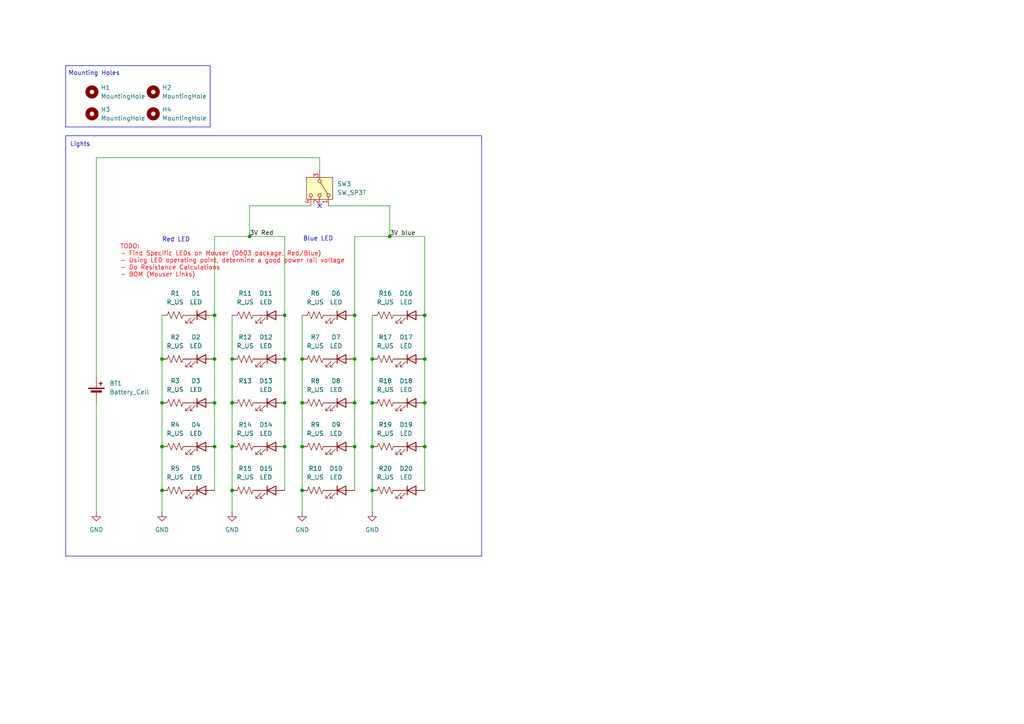
<source format=kicad_sch>
(kicad_sch (version 20250114) (generator "eeschema") (generator_version "9.0")
  (paper "A4")
  (title_block (title "Armor Plate Mockup") (company "UT IEEE RAS - Stampede"))
  (lib_symbols
    (symbol "Device:Battery_Cell" (pin_numbers (hide yes)) (pin_names (offset 0) (hide yes))
      (property "Reference" "BT" (at 2.54 2.54 0))
      (property "Value" "Battery_Cell" (at 2.54 0 0))
      (symbol "Battery_Cell_0_1"
        (rectangle (start -2.286 1.778) (end 2.286 1.524) (fill (type outline)))
        (rectangle (start -1.524 1.016) (end 1.524 0.508) (fill (type outline)))
        (polyline (pts (xy 0 1.778) (xy 0 2.54)))
        (polyline (pts (xy 0 0.762) (xy 0 0)))
        (polyline (pts (xy 0.762 3.048) (xy 1.778 3.048)) (stroke (width 0.254)))
        (polyline (pts (xy 1.27 3.556) (xy 1.27 2.54)) (stroke (width 0.254)))
      )
      (symbol "Battery_Cell_1_1"
        (pin passive line (at 0 5.08 270) (length 2.54) (name "+") (number "1"))
        (pin passive line (at 0 -2.54 90) (length 2.54) (name "-") (number "2"))
      )
    )
    (symbol "Device:LED" (pin_numbers (hide yes)) (pin_names (offset 1.016) (hide yes))
      (property "Reference" "D" (at 0 2.54 0))
      (property "Value" "LED" (at 0 -2.54 0))
      (symbol "LED_0_1"
        (polyline (pts (xy -3.048 -0.762) (xy -4.572 -2.286) (xy -3.81 -2.286) (xy -4.572 -2.286) (xy -4.572 -1.524)))
        (polyline (pts (xy -1.778 -0.762) (xy -3.302 -2.286) (xy -2.54 -2.286) (xy -3.302 -2.286) (xy -3.302 -1.524)))
        (polyline (pts (xy -1.27 0) (xy 1.27 0)))
        (polyline (pts (xy -1.27 -1.27) (xy -1.27 1.27)) (stroke (width 0.254)))
        (polyline (pts (xy 1.27 -1.27) (xy 1.27 1.27) (xy -1.27 0) (xy 1.27 -1.27)) (stroke (width 0.254)))
      )
      (symbol "LED_1_1"
        (pin passive line (at -3.81 0 0) (length 2.54) (name "K") (number "1"))
        (pin passive line (at 3.81 0 180) (length 2.54) (name "A") (number "2"))
      )
    )
    (symbol "Device:R_US" (pin_numbers (hide yes)) (pin_names (offset 0))
      (property "Reference" "R" (at 2.54 0 90))
      (property "Value" "R_US" (at -2.54 0 90))
      (symbol "R_US_0_1"
        (polyline (pts (xy 0 2.286) (xy 0 2.54)))
        (polyline (pts (xy 0 2.286) (xy 1.016 1.905) (xy 0 1.524) (xy -1.016 1.143) (xy 0 0.762)))
        (polyline (pts (xy 0 0.762) (xy 1.016 0.381) (xy 0 0) (xy -1.016 -0.381) (xy 0 -0.762)))
        (polyline (pts (xy 0 -0.762) (xy 1.016 -1.143) (xy 0 -1.524) (xy -1.016 -1.905) (xy 0 -2.286)))
        (polyline (pts (xy 0 -2.286) (xy 0 -2.54)))
      )
      (symbol "R_US_1_1"
        (pin passive line (at 0 3.81 270) (length 1.27) (name "~") (number "1"))
        (pin passive line (at 0 -3.81 90) (length 1.27) (name "~") (number "2"))
      )
    )
    (symbol "Mechanical:MountingHole" (pin_names (offset 1.016)) (exclude_from_sim yes) (in_bom no)
      (property "Reference" "H" (at 0 5.08 0))
      (property "Value" "MountingHole" (at 0 3.175 0))
      (symbol "MountingHole_0_1"
        (circle (center 0 0) (radius 1.27) (stroke (width 1.27)))
      )
    )
    (symbol "Switch:SW_SP3T" (pin_names (offset 0) (hide yes))
      (property "Reference" "SW" (at 0 5.08 0))
      (property "Value" "SW_SP3T" (at 0 -5.08 0))
      (symbol "SW_SP3T_0_1"
        (circle (center -2.032 0) (radius 0.4572))
        (polyline (pts (xy -1.651 0.254) (xy 1.651 2.286)))
        (circle (center 2.032 2.54) (radius 0.4572))
        (circle (center 2.032 0) (radius 0.4572))
        (circle (center 2.032 -2.54) (radius 0.4572))
      )
      (symbol "SW_SP3T_1_1"
        (rectangle (start -3.175 3.81) (end 3.175 -3.81) (fill (type background)))
        (pin passive line (at -5.08 0 0) (length 2.54) (name "3") (number "3"))
        (pin passive line (at 5.08 2.54 180) (length 2.54) (name "1") (number "1"))
        (pin passive line (at 5.08 0 180) (length 2.54) (name "2") (number "2"))
        (pin passive line (at 5.08 -2.54 180) (length 2.54) (name "4") (number "4"))
      )
    )
    (symbol "power:GND" (power) (pin_numbers (hide yes)) (pin_names (offset 0) (hide yes))
      (property "Value" "GND" (at 0 -3.81 0))
      (symbol "GND_0_1"
        (polyline (pts (xy 0 0) (xy 0 -1.27) (xy 1.27 -1.27) (xy 0 -2.54) (xy -1.27 -1.27) (xy 0 -1.27)))
      )
      (symbol "GND_1_1"
        (pin power_in line (at 0 0 270) (length 0) (name "~") (number "1"))
      )
    )
  )
  (rectangle (start 19.05 19.05) (end 60.96 36.83))
  (rectangle (start 19.05 39.37) (end 139.7 161.29))
  (text "Lights" (at 20.32 41.91 0) (effects (font (size 1.27 1.27)) (justify left)))
  (text "Blue LED" (at 87.884 69.342 0) (effects (font (size 1.27 1.27)) (justify left)))
  (text "Red LED" (at 46.99 69.596 0) (effects (font (size 1.27 1.27)) (justify left)))
  (text "TODO:\n- Find Specific LEDs on Mouser (0603 package, Red/Blue)\n- Using LED operating point, determine a good power rail voltage\n- Do Resistance Calculations\n- BOM (Mouser Links)" (at 34.798 75.692 0) (effects (font (size 1.27 1.27)) (justify left)))
  (text "Mounting Holes" (at 19.812 21.336 0) (effects (font (size 1.27 1.27)) (justify left)))
  (junction (at 46.99 129.54))
  (junction (at 107.95 116.84))
  (junction (at 82.55 129.54))
  (junction (at 72.39 68.58))
  (junction (at 67.31 104.14))
  (junction (at 87.63 116.84))
  (junction (at 62.23 104.14))
  (junction (at 67.31 116.84))
  (junction (at 102.87 116.84))
  (junction (at 87.63 129.54))
  (junction (at 107.95 104.14))
  (junction (at 46.99 116.84))
  (junction (at 102.87 104.14))
  (junction (at 82.55 91.44))
  (junction (at 123.19 129.54))
  (junction (at 107.95 129.54))
  (junction (at 46.99 104.14))
  (junction (at 46.99 142.24))
  (junction (at 87.63 142.24))
  (junction (at 67.31 129.54))
  (junction (at 113.03 68.58))
  (junction (at 62.23 129.54))
  (junction (at 62.23 91.44))
  (junction (at 82.55 104.14))
  (junction (at 62.23 116.84))
  (junction (at 87.63 104.14))
  (junction (at 67.31 142.24))
  (junction (at 123.19 104.14))
  (junction (at 82.55 116.84))
  (junction (at 123.19 116.84))
  (junction (at 107.95 142.24))
  (junction (at 102.87 91.44))
  (junction (at 123.19 91.44))
  (junction (at 102.87 129.54))
  (no_connect (at 92.71 59.69))
  (wire (pts (xy 87.63 91.44) (xy 87.63 104.14)))
  (wire (pts (xy 67.31 91.44) (xy 67.31 104.14)))
  (wire (pts (xy 72.39 59.69) (xy 90.17 59.69)))
  (wire (pts (xy 107.95 104.14) (xy 107.95 116.84)))
  (wire (pts (xy 107.95 129.54) (xy 107.95 142.24)))
  (wire (pts (xy 102.87 91.44) (xy 102.87 104.14)))
  (wire (pts (xy 92.71 45.72) (xy 92.71 49.53)))
  (wire (pts (xy 82.55 129.54) (xy 82.55 142.24)))
  (wire (pts (xy 113.03 68.58) (xy 123.19 68.58)))
  (wire (pts (xy 46.99 129.54) (xy 46.99 142.24)))
  (wire (pts (xy 123.19 116.84) (xy 123.19 129.54)))
  (wire (pts (xy 27.94 116.84) (xy 27.94 148.59)))
  (wire (pts (xy 87.63 116.84) (xy 87.63 129.54)))
  (wire (pts (xy 27.94 45.72) (xy 92.71 45.72)))
  (wire (pts (xy 62.23 104.14) (xy 62.23 116.84)))
  (wire (pts (xy 87.63 129.54) (xy 87.63 142.24)))
  (wire (pts (xy 95.25 59.69) (xy 113.03 59.69)))
  (wire (pts (xy 107.95 91.44) (xy 107.95 104.14)))
  (wire (pts (xy 102.87 116.84) (xy 102.87 129.54)))
  (wire (pts (xy 82.55 91.44) (xy 82.55 104.14)))
  (wire (pts (xy 67.31 129.54) (xy 67.31 142.24)))
  (wire (pts (xy 82.55 116.84) (xy 82.55 129.54)))
  (wire (pts (xy 62.23 116.84) (xy 62.23 129.54)))
  (wire (pts (xy 67.31 116.84) (xy 67.31 129.54)))
  (wire (pts (xy 113.03 59.69) (xy 113.03 68.58)))
  (wire (pts (xy 72.39 68.58) (xy 82.55 68.58)))
  (wire (pts (xy 46.99 91.44) (xy 46.99 104.14)))
  (wire (pts (xy 46.99 142.24) (xy 46.99 148.59)))
  (wire (pts (xy 62.23 68.58) (xy 62.23 91.44)))
  (wire (pts (xy 107.95 116.84) (xy 107.95 129.54)))
  (wire (pts (xy 87.63 142.24) (xy 87.63 148.59)))
  (wire (pts (xy 87.63 104.14) (xy 87.63 116.84)))
  (wire (pts (xy 67.31 142.24) (xy 67.31 148.59)))
  (wire (pts (xy 123.19 68.58) (xy 123.19 91.44)))
  (wire (pts (xy 102.87 68.58) (xy 113.03 68.58)))
  (wire (pts (xy 123.19 91.44) (xy 123.19 104.14)))
  (wire (pts (xy 102.87 104.14) (xy 102.87 116.84)))
  (wire (pts (xy 62.23 68.58) (xy 72.39 68.58)))
  (wire (pts (xy 102.87 129.54) (xy 102.87 142.24)))
  (wire (pts (xy 72.39 68.58) (xy 72.39 59.69)))
  (wire (pts (xy 62.23 129.54) (xy 62.23 142.24)))
  (wire (pts (xy 123.19 104.14) (xy 123.19 116.84)))
  (wire (pts (xy 123.19 129.54) (xy 123.19 142.24)))
  (wire (pts (xy 27.94 45.72) (xy 27.94 109.22)))
  (wire (pts (xy 107.95 142.24) (xy 107.95 148.59)))
  (wire (pts (xy 67.31 104.14) (xy 67.31 116.84)))
  (wire (pts (xy 82.55 68.58) (xy 82.55 91.44)))
  (wire (pts (xy 102.87 68.58) (xy 102.87 91.44)))
  (wire (pts (xy 46.99 116.84) (xy 46.99 129.54)))
  (wire (pts (xy 62.23 91.44) (xy 62.23 104.14)))
  (wire (pts (xy 82.55 104.14) (xy 82.55 116.84)))
  (wire (pts (xy 46.99 104.14) (xy 46.99 116.84)))
  (label "3V Red" (at 72.39 68.58 0))
  (label "3V blue" (at 113.03 68.58 0))
  (symbol (lib_id "power:GND") (at 87.63 148.59 0) (unit 1)
    (property "Reference" "#PWR02" (effects (hide yes)))
    (property "Value" "GND" (at 87.63 153.67 0))
    (property "Description" "Power symbol creates a global label with name \"GND\" , ground" (effects (hide yes)))
  )
  (symbol (lib_id "Device:R_US") (at 91.44 142.24 90) (unit 1)
    (property "Reference" "R10" (at 91.44 135.89 90))
    (property "Value" "R_US" (at 91.44 138.43 90))
    (property "Footprint" "Resistor_SMD:R_0603_1608Metric_Pad0.98x0.95mm_HandSolder" (effects (hide yes)))
    (property "Description" "Resistor, US symbol" (effects (hide yes)))
    (property "Mouser Part Number" "71-WSLP25125L000FEA" (effects (hide yes)))
  )
  (symbol (lib_id "Device:LED") (at 58.42 91.44 0) (unit 1)
    (property "Reference" "D1" (at 56.8325 85.09 0))
    (property "Value" "LED" (at 56.8325 87.63 0))
    (property "Footprint" "LED_SMD:LED_0603_1608Metric_Pad1.05x0.95mm_HandSolder" (effects (hide yes)))
    (property "Description" "Light emitting diode" (effects (hide yes)))
    (property "Mouser Part Number" "710-150060SS75000" (effects (hide yes)))
  )
  (symbol (lib_id "Device:R_US") (at 111.76 116.84 90) (unit 1)
    (property "Reference" "R18" (at 111.76 110.49 90))
    (property "Value" "R_US" (at 111.76 113.03 90))
    (property "Footprint" "Resistor_SMD:R_0603_1608Metric_Pad0.98x0.95mm_HandSolder" (effects (hide yes)))
    (property "Description" "Resistor, US symbol" (effects (hide yes)))
    (property "Mouser Part Number" "71-WSLP25125L000FEA" (effects (hide yes)))
  )
  (symbol (lib_id "Device:LED") (at 119.38 142.24 0) (unit 1)
    (property "Reference" "D20" (at 117.7925 135.89 0))
    (property "Value" "LED" (at 117.7925 138.43 0))
    (property "Footprint" "LED_SMD:LED_0603_1608Metric_Pad1.05x0.95mm_HandSolder" (effects (hide yes)))
    (property "Description" "Light emitting diode" (effects (hide yes)))
    (property "Mouser Part Number" "710-150060SS75000" (effects (hide yes)))
  )
  (symbol (lib_id "Device:LED") (at 78.74 116.84 0) (unit 1)
    (property "Reference" "D13" (at 77.1525 110.49 0))
    (property "Value" "LED" (at 77.1525 113.03 0))
    (property "Footprint" "LED_SMD:LED_0603_1608Metric_Pad1.05x0.95mm_HandSolder" (effects (hide yes)))
    (property "Description" "Light emitting diode" (effects (hide yes)))
    (property "Mouser Part Number" "710-150060SS75000" (effects (hide yes)))
  )
  (symbol (lib_id "Device:R_US") (at 71.12 142.24 90) (unit 1)
    (property "Reference" "R15" (at 71.12 135.89 90))
    (property "Value" "R_US" (at 71.12 138.43 90))
    (property "Footprint" "Resistor_SMD:R_0603_1608Metric_Pad0.98x0.95mm_HandSolder" (effects (hide yes)))
    (property "Description" "Resistor, US symbol" (effects (hide yes)))
    (property "Mouser Part Number" "71-WSLP25125L000FEA" (effects (hide yes)))
  )
  (symbol (lib_id "Device:R_US") (at 91.44 91.44 90) (unit 1)
    (property "Reference" "R6" (at 91.44 85.09 90))
    (property "Value" "R_US" (at 91.44 87.63 90))
    (property "Footprint" "Resistor_SMD:R_0603_1608Metric_Pad0.98x0.95mm_HandSolder" (effects (hide yes)))
    (property "Description" "Resistor, US symbol" (effects (hide yes)))
    (property "Mouser Part Number" "71-WSLP25125L000FEA" (effects (hide yes)))
  )
  (symbol (lib_id "Device:R_US") (at 111.76 91.44 90) (unit 1)
    (property "Reference" "R16" (at 111.76 85.09 90))
    (property "Value" "R_US" (at 111.76 87.63 90))
    (property "Footprint" "Resistor_SMD:R_0603_1608Metric_Pad0.98x0.95mm_HandSolder" (effects (hide yes)))
    (property "Description" "Resistor, US symbol" (effects (hide yes)))
    (property "Mouser Part Number" "71-WSLP25125L000FEA" (effects (hide yes)))
  )
  (symbol (lib_id "Device:LED") (at 99.06 129.54 0) (unit 1)
    (property "Reference" "D9" (at 97.4725 123.19 0))
    (property "Value" "LED" (at 97.4725 125.73 0))
    (property "Footprint" "LED_SMD:LED_0603_1608Metric_Pad1.05x0.95mm_HandSolder" (effects (hide yes)))
    (property "Description" "Light emitting diode" (effects (hide yes)))
    (property "Mouser Part Number" "710-150060SS75000" (effects (hide yes)))
  )
  (symbol (lib_id "Device:LED") (at 58.42 116.84 0) (unit 1)
    (property "Reference" "D3" (at 56.8325 110.49 0))
    (property "Value" "LED" (at 56.8325 113.03 0))
    (property "Footprint" "LED_SMD:LED_0603_1608Metric_Pad1.05x0.95mm_HandSolder" (effects (hide yes)))
    (property "Description" "Light emitting diode" (effects (hide yes)))
    (property "Mouser Part Number" "710-150060SS75000" (effects (hide yes)))
  )
  (symbol (lib_id "Device:LED") (at 78.74 142.24 0) (unit 1)
    (property "Reference" "D15" (at 77.1525 135.89 0))
    (property "Value" "LED" (at 77.1525 138.43 0))
    (property "Footprint" "LED_SMD:LED_0603_1608Metric_Pad1.05x0.95mm_HandSolder" (effects (hide yes)))
    (property "Description" "Light emitting diode" (effects (hide yes)))
    (property "Mouser Part Number" "710-150060SS75000" (effects (hide yes)))
  )
  (symbol (lib_id "Mechanical:MountingHole") (at 26.67 26.67 0) (unit 1) (exclude_from_sim yes) (in_bom no)
    (property "Reference" "H1" (at 29.21 25.3999 0) (effects (justify left)))
    (property "Value" "MountingHole" (at 29.21 27.9399 0) (effects (justify left)))
    (property "Footprint" "MountingHole:MountingHole_4.5mm" (effects (hide yes)))
    (property "Description" "Mounting Hole without connection" (effects (hide yes)))
  )
  (symbol (lib_id "Device:R_US") (at 71.12 116.84 90) (unit 1)
    (property "Reference" "R13" (at 71.12 110.49 90))
    (property "Value" "R_US" (effects (hide yes)))
    (property "Footprint" "Resistor_SMD:R_0603_1608Metric_Pad0.98x0.95mm_HandSolder" (effects (hide yes)))
    (property "Description" "Resistor, US symbol" (effects (hide yes)))
    (property "Mouser Part Number" "71-WSLP25125L000FEA" (effects (hide yes)))
  )
  (symbol (lib_id "Device:R_US") (at 71.12 104.14 90) (unit 1)
    (property "Reference" "R12" (at 71.12 97.79 90))
    (property "Value" "R_US" (at 71.12 100.33 90))
    (property "Footprint" "Resistor_SMD:R_0603_1608Metric_Pad0.98x0.95mm_HandSolder" (effects (hide yes)))
    (property "Description" "Resistor, US symbol" (effects (hide yes)))
    (property "Mouser Part Number" "71-WSLP25125L000FEA" (effects (hide yes)))
  )
  (symbol (lib_id "power:GND") (at 107.95 148.59 0) (unit 1)
    (property "Reference" "#PWR05" (effects (hide yes)))
    (property "Value" "GND" (at 107.95 153.67 0))
    (property "Description" "Power symbol creates a global label with name \"GND\" , ground" (effects (hide yes)))
  )
  (symbol (lib_id "Device:R_US") (at 111.76 104.14 90) (unit 1)
    (property "Reference" "R17" (at 111.76 97.79 90))
    (property "Value" "R_US" (at 111.76 100.33 90))
    (property "Footprint" "Resistor_SMD:R_0603_1608Metric_Pad0.98x0.95mm_HandSolder" (effects (hide yes)))
    (property "Description" "Resistor, US symbol" (effects (hide yes)))
    (property "Mouser Part Number" "71-WSLP25125L000FEA" (effects (hide yes)))
  )
  (symbol (lib_id "Device:R_US") (at 50.8 129.54 90) (unit 1)
    (property "Reference" "R4" (at 50.8 123.19 90))
    (property "Value" "R_US" (at 50.8 125.73 90))
    (property "Footprint" "Resistor_SMD:R_0603_1608Metric_Pad0.98x0.95mm_HandSolder" (effects (hide yes)))
    (property "Description" "Resistor, US symbol" (effects (hide yes)))
    (property "Mouser Part Number" "71-WSLP25125L000FEA" (effects (hide yes)))
  )
  (symbol (lib_id "Device:LED") (at 58.42 104.14 0) (unit 1)
    (property "Reference" "D2" (at 56.8325 97.79 0))
    (property "Value" "LED" (at 56.8325 100.33 0))
    (property "Footprint" "LED_SMD:LED_0603_1608Metric_Pad1.05x0.95mm_HandSolder" (effects (hide yes)))
    (property "Description" "Light emitting diode" (effects (hide yes)))
    (property "Mouser Part Number" "710-150060SS75000" (effects (hide yes)))
  )
  (symbol (lib_id "Device:LED") (at 99.06 116.84 0) (unit 1)
    (property "Reference" "D8" (at 97.4725 110.49 0))
    (property "Value" "LED" (at 97.4725 113.03 0))
    (property "Footprint" "LED_SMD:LED_0603_1608Metric_Pad1.05x0.95mm_HandSolder" (effects (hide yes)))
    (property "Description" "Light emitting diode" (effects (hide yes)))
    (property "Mouser Part Number" "710-150060SS75000" (effects (hide yes)))
  )
  (symbol (lib_id "Device:LED") (at 99.06 142.24 0) (unit 1)
    (property "Reference" "D10" (at 97.4725 135.89 0))
    (property "Value" "LED" (at 97.4725 138.43 0))
    (property "Footprint" "LED_SMD:LED_0603_1608Metric_Pad1.05x0.95mm_HandSolder" (effects (hide yes)))
    (property "Description" "Light emitting diode" (effects (hide yes)))
    (property "Mouser Part Number" "710-150060SS75000" (effects (hide yes)))
  )
  (symbol (lib_id "Device:R_US") (at 50.8 91.44 90) (unit 1)
    (property "Reference" "R1" (at 50.8 85.09 90))
    (property "Value" "R_US" (at 50.8 87.63 90))
    (property "Footprint" "Resistor_SMD:R_0603_1608Metric_Pad0.98x0.95mm_HandSolder" (effects (hide yes)))
    (property "Description" "Resistor, US symbol" (effects (hide yes)))
    (property "Mouser Part Number" "71-WSLP25125L000FEA" (effects (hide yes)))
  )
  (symbol (lib_id "Device:LED") (at 58.42 129.54 0) (unit 1)
    (property "Reference" "D4" (at 56.8325 123.19 0))
    (property "Value" "LED" (at 56.8325 125.73 0))
    (property "Footprint" "LED_SMD:LED_0603_1608Metric_Pad1.05x0.95mm_HandSolder" (effects (hide yes)))
    (property "Description" "Light emitting diode" (effects (hide yes)))
    (property "Mouser Part Number" "710-150060SS75000" (effects (hide yes)))
  )
  (symbol (lib_id "Device:LED") (at 58.42 142.24 0) (unit 1)
    (property "Reference" "D5" (at 56.8325 135.89 0))
    (property "Value" "LED" (at 56.8325 138.43 0))
    (property "Footprint" "LED_SMD:LED_0603_1608Metric_Pad1.05x0.95mm_HandSolder" (effects (hide yes)))
    (property "Description" "Light emitting diode" (effects (hide yes)))
    (property "Mouser Part Number" "710-150060SS75000" (effects (hide yes)))
  )
  (symbol (lib_id "Device:LED") (at 119.38 104.14 0) (unit 1)
    (property "Reference" "D17" (at 117.7925 97.79 0))
    (property "Value" "LED" (at 117.7925 100.33 0))
    (property "Footprint" "LED_SMD:LED_0603_1608Metric_Pad1.05x0.95mm_HandSolder" (effects (hide yes)))
    (property "Description" "Light emitting diode" (effects (hide yes)))
    (property "Mouser Part Number" "710-150060SS75000" (effects (hide yes)))
  )
  (symbol (lib_id "Device:R_US") (at 50.8 116.84 90) (unit 1)
    (property "Reference" "R3" (at 50.8 110.49 90))
    (property "Value" "R_US" (at 50.8 113.03 90))
    (property "Footprint" "Resistor_SMD:R_0603_1608Metric_Pad0.98x0.95mm_HandSolder" (effects (hide yes)))
    (property "Description" "Resistor, US symbol" (effects (hide yes)))
    (property "Mouser Part Number" "71-WSLP25125L000FEA" (effects (hide yes)))
  )
  (symbol (lib_id "Mechanical:MountingHole") (at 44.45 33.02 0) (unit 1) (exclude_from_sim yes) (in_bom no)
    (property "Reference" "H4" (at 46.99 31.7499 0) (effects (justify left)))
    (property "Value" "MountingHole" (at 46.99 34.2899 0) (effects (justify left)))
    (property "Footprint" "MountingHole:MountingHole_4.5mm" (effects (hide yes)))
    (property "Description" "Mounting Hole without connection" (effects (hide yes)))
  )
  (symbol (lib_id "Device:LED") (at 119.38 91.44 0) (unit 1)
    (property "Reference" "D16" (at 117.7925 85.09 0))
    (property "Value" "LED" (at 117.7925 87.63 0))
    (property "Footprint" "LED_SMD:LED_0603_1608Metric_Pad1.05x0.95mm_HandSolder" (effects (hide yes)))
    (property "Description" "Light emitting diode" (effects (hide yes)))
    (property "Mouser Part Number" "710-150060SS75000" (effects (hide yes)))
  )
  (symbol (lib_id "Device:LED") (at 78.74 91.44 0) (unit 1)
    (property "Reference" "D11" (at 77.1525 85.09 0))
    (property "Value" "LED" (at 77.1525 87.63 0))
    (property "Footprint" "LED_SMD:LED_0603_1608Metric_Pad1.05x0.95mm_HandSolder" (effects (hide yes)))
    (property "Description" "Light emitting diode" (effects (hide yes)))
    (property "Mouser Part Number" "710-150060SS75000" (effects (hide yes)))
  )
  (symbol (lib_id "Device:R_US") (at 71.12 91.44 90) (unit 1)
    (property "Reference" "R11" (at 71.12 85.09 90))
    (property "Value" "R_US" (at 71.12 87.63 90))
    (property "Footprint" "Resistor_SMD:R_0603_1608Metric_Pad0.98x0.95mm_HandSolder" (effects (hide yes)))
    (property "Description" "Resistor, US symbol" (effects (hide yes)))
    (property "Mouser Part Number" "71-WSLP25125L000FEA" (effects (hide yes)))
  )
  (symbol (lib_id "Device:R_US") (at 50.8 104.14 90) (unit 1)
    (property "Reference" "R2" (at 50.8 97.79 90))
    (property "Value" "R_US" (at 50.8 100.33 90))
    (property "Footprint" "Resistor_SMD:R_0603_1608Metric_Pad0.98x0.95mm_HandSolder" (effects (hide yes)))
    (property "Description" "Resistor, US symbol" (effects (hide yes)))
    (property "Mouser Part Number" "71-WSLP25125L000FEA" (effects (hide yes)))
  )
  (symbol (lib_id "Device:LED") (at 78.74 104.14 0) (unit 1)
    (property "Reference" "D12" (at 77.1525 97.79 0))
    (property "Value" "LED" (at 77.1525 100.33 0))
    (property "Footprint" "LED_SMD:LED_0603_1608Metric_Pad1.05x0.95mm_HandSolder" (effects (hide yes)))
    (property "Description" "Light emitting diode" (effects (hide yes)))
    (property "Mouser Part Number" "710-150060SS75000" (effects (hide yes)))
  )
  (symbol (lib_id "Device:LED") (at 119.38 129.54 0) (unit 1)
    (property "Reference" "D19" (at 117.7925 123.19 0))
    (property "Value" "LED" (at 117.7925 125.73 0))
    (property "Footprint" "LED_SMD:LED_0603_1608Metric_Pad1.05x0.95mm_HandSolder" (effects (hide yes)))
    (property "Description" "Light emitting diode" (effects (hide yes)))
    (property "Mouser Part Number" "710-150060SS75000" (effects (hide yes)))
  )
  (symbol (lib_id "Device:R_US") (at 111.76 129.54 90) (unit 1)
    (property "Reference" "R19" (at 111.76 123.19 90))
    (property "Value" "R_US" (at 111.76 125.73 90))
    (property "Footprint" "Resistor_SMD:R_0603_1608Metric_Pad0.98x0.95mm_HandSolder" (effects (hide yes)))
    (property "Description" "Resistor, US symbol" (effects (hide yes)))
    (property "Mouser Part Number" "71-WSLP25125L000FEA" (effects (hide yes)))
  )
  (symbol (lib_id "Mechanical:MountingHole") (at 44.45 26.67 0) (unit 1) (exclude_from_sim yes) (in_bom no)
    (property "Reference" "H2" (at 46.99 25.3999 0) (effects (justify left)))
    (property "Value" "MountingHole" (at 46.99 27.9399 0) (effects (justify left)))
    (property "Footprint" "MountingHole:MountingHole_4.5mm" (effects (hide yes)))
    (property "Description" "Mounting Hole without connection" (effects (hide yes)))
  )
  (symbol (lib_id "Device:LED") (at 99.06 104.14 0) (unit 1)
    (property "Reference" "D7" (at 97.4725 97.79 0))
    (property "Value" "LED" (at 97.4725 100.33 0))
    (property "Footprint" "LED_SMD:LED_0603_1608Metric_Pad1.05x0.95mm_HandSolder" (effects (hide yes)))
    (property "Description" "Light emitting diode" (effects (hide yes)))
    (property "Mouser Part Number" "710-150060SS75000" (effects (hide yes)))
  )
  (symbol (lib_id "Device:Battery_Cell") (at 27.94 114.3 0) (unit 1)
    (property "Reference" "BT1" (at 31.75 111.1884 0) (effects (justify left)))
    (property "Value" "Battery_Cell" (at 31.75 113.7284 0) (effects (justify left)))
    (property "Footprint" "Battery:BatteryHolder_Keystone_2466_1xAAA" (effects (hide yes)))
    (property "Description" "Single-cell battery" (effects (hide yes)))
    (property "Mouser Part Number" "613-MN1500-144" (effects (hide yes)))
  )
  (symbol (lib_id "Device:R_US") (at 91.44 116.84 90) (unit 1)
    (property "Reference" "R8" (at 91.44 110.49 90))
    (property "Value" "R_US" (at 91.44 113.03 90))
    (property "Footprint" "Resistor_SMD:R_0603_1608Metric_Pad0.98x0.95mm_HandSolder" (effects (hide yes)))
    (property "Description" "Resistor, US symbol" (effects (hide yes)))
    (property "Mouser Part Number" "71-WSLP25125L000FEA" (effects (hide yes)))
  )
  (symbol (lib_id "Device:LED") (at 119.38 116.84 0) (unit 1)
    (property "Reference" "D18" (at 117.7925 110.49 0))
    (property "Value" "LED" (at 117.7925 113.03 0))
    (property "Footprint" "LED_SMD:LED_0603_1608Metric_Pad1.05x0.95mm_HandSolder" (effects (hide yes)))
    (property "Description" "Light emitting diode" (effects (hide yes)))
    (property "Mouser Part Number" "710-150060SS75000" (effects (hide yes)))
  )
  (symbol (lib_id "power:GND") (at 27.94 148.59 0) (unit 1)
    (property "Reference" "#PWR03" (effects (hide yes)))
    (property "Value" "GND" (at 27.94 153.67 0))
    (property "Description" "Power symbol creates a global label with name \"GND\" , ground" (effects (hide yes)))
  )
  (symbol (lib_id "Device:R_US") (at 111.76 142.24 90) (unit 1)
    (property "Reference" "R20" (at 111.76 135.89 90))
    (property "Value" "R_US" (at 111.76 138.43 90))
    (property "Footprint" "Resistor_SMD:R_0603_1608Metric_Pad0.98x0.95mm_HandSolder" (effects (hide yes)))
    (property "Description" "Resistor, US symbol" (effects (hide yes)))
    (property "Mouser Part Number" "71-WSLP25125L000FEA" (effects (hide yes)))
  )
  (symbol (lib_id "Device:R_US") (at 50.8 142.24 90) (unit 1)
    (property "Reference" "R5" (at 50.8 135.89 90))
    (property "Value" "R_US" (at 50.8 138.43 90))
    (property "Footprint" "Resistor_SMD:R_0603_1608Metric_Pad0.98x0.95mm_HandSolder" (effects (hide yes)))
    (property "Description" "Resistor, US symbol" (effects (hide yes)))
    (property "Mouser Part Number" "71-WSLP25125L000FEA" (effects (hide yes)))
  )
  (symbol (lib_id "Device:R_US") (at 91.44 129.54 90) (unit 1)
    (property "Reference" "R9" (at 91.44 123.19 90))
    (property "Value" "R_US" (at 91.44 125.73 90))
    (property "Footprint" "Resistor_SMD:R_0603_1608Metric_Pad0.98x0.95mm_HandSolder" (effects (hide yes)))
    (property "Description" "Resistor, US symbol" (effects (hide yes)))
    (property "Mouser Part Number" "71-WSLP25125L000FEA" (effects (hide yes)))
  )
  (symbol (lib_id "Device:R_US") (at 71.12 129.54 90) (unit 1)
    (property "Reference" "R14" (at 71.12 123.19 90))
    (property "Value" "R_US" (at 71.12 125.73 90))
    (property "Footprint" "Resistor_SMD:R_0603_1608Metric_Pad0.98x0.95mm_HandSolder" (effects (hide yes)))
    (property "Description" "Resistor, US symbol" (effects (hide yes)))
    (property "Mouser Part Number" "71-WSLP25125L000FEA" (effects (hide yes)))
  )
  (symbol (lib_id "power:GND") (at 46.99 148.59 0) (unit 1)
    (property "Reference" "#PWR01" (effects (hide yes)))
    (property "Value" "GND" (at 46.99 153.67 0))
    (property "Description" "Power symbol creates a global label with name \"GND\" , ground" (effects (hide yes)))
  )
  (symbol (lib_id "power:GND") (at 67.31 148.59 0) (unit 1)
    (property "Reference" "#PWR04" (effects (hide yes)))
    (property "Value" "GND" (at 67.31 153.67 0))
    (property "Description" "Power symbol creates a global label with name \"GND\" , ground" (effects (hide yes)))
  )
  (symbol (lib_id "Device:R_US") (at 91.44 104.14 90) (unit 1)
    (property "Reference" "R7" (at 91.44 97.79 90))
    (property "Value" "R_US" (at 91.44 100.33 90))
    (property "Footprint" "Resistor_SMD:R_0603_1608Metric_Pad0.98x0.95mm_HandSolder" (effects (hide yes)))
    (property "Description" "Resistor, US symbol" (effects (hide yes)))
    (property "Mouser Part Number" "71-WSLP25125L000FEA" (effects (hide yes)))
  )
  (symbol (lib_id "Mechanical:MountingHole") (at 26.67 33.02 0) (unit 1) (exclude_from_sim yes) (in_bom no)
    (property "Reference" "H3" (at 29.21 31.7499 0) (effects (justify left)))
    (property "Value" "MountingHole" (at 29.21 34.2899 0) (effects (justify left)))
    (property "Footprint" "MountingHole:MountingHole_4.5mm" (effects (hide yes)))
    (property "Description" "Mounting Hole without connection" (effects (hide yes)))
  )
  (symbol (lib_id "Device:LED") (at 78.74 129.54 0) (unit 1)
    (property "Reference" "D14" (at 77.1525 123.19 0))
    (property "Value" "LED" (at 77.1525 125.73 0))
    (property "Footprint" "LED_SMD:LED_0603_1608Metric_Pad1.05x0.95mm_HandSolder" (effects (hide yes)))
    (property "Description" "Light emitting diode" (effects (hide yes)))
    (property "Mouser Part Number" "710-150060SS75000" (effects (hide yes)))
  )
  (symbol (lib_id "Device:LED") (at 99.06 91.44 0) (unit 1)
    (property "Reference" "D6" (at 97.4725 85.09 0))
    (property "Value" "LED" (at 97.4725 87.63 0))
    (property "Footprint" "LED_SMD:LED_0603_1608Metric_Pad1.05x0.95mm_HandSolder" (effects (hide yes)))
    (property "Description" "Light emitting diode" (effects (hide yes)))
    (property "Mouser Part Number" "710-150060SS75000" (effects (hide yes)))
  )
  (symbol (lib_id "Switch:SW_SP3T") (at 92.71 54.61 270) (unit 1)
    (property "Reference" "SW3" (at 97.79 53.3399 90) (effects (justify left)))
    (property "Value" "SW_SP3T" (at 97.79 55.8799 90) (effects (justify left)))
    (property "Footprint" "robomaster_footprints:EG1315AA" (effects (hide yes)))
    (property "Description" "Switch, three position, single pole triple throw, 3 position switch, SP3T" (effects (hide yes)))
  )
)
</source>
